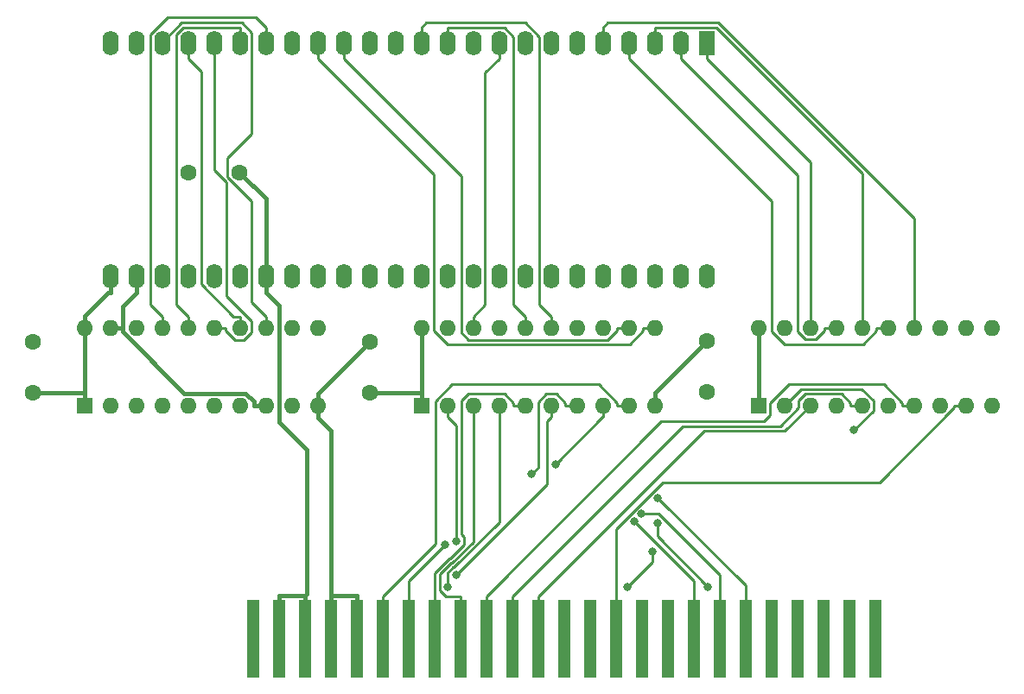
<source format=gbl>
G04 #@! TF.GenerationSoftware,KiCad,Pcbnew,(6.0.9)*
G04 #@! TF.CreationDate,2023-03-03T19:19:16+01:00*
G04 #@! TF.ProjectId,02_Cartucho_MSX_Tang_Nano_9k_TMS9918,30325f43-6172-4747-9563-686f5f4d5358,rev?*
G04 #@! TF.SameCoordinates,Original*
G04 #@! TF.FileFunction,Copper,L2,Bot*
G04 #@! TF.FilePolarity,Positive*
%FSLAX46Y46*%
G04 Gerber Fmt 4.6, Leading zero omitted, Abs format (unit mm)*
G04 Created by KiCad (PCBNEW (6.0.9)) date 2023-03-03 19:19:16*
%MOMM*%
%LPD*%
G01*
G04 APERTURE LIST*
G04 #@! TA.AperFunction,ComponentPad*
%ADD10C,1.600000*%
G04 #@! TD*
G04 #@! TA.AperFunction,ComponentPad*
%ADD11R,1.600000X1.600000*%
G04 #@! TD*
G04 #@! TA.AperFunction,ComponentPad*
%ADD12O,1.600000X1.600000*%
G04 #@! TD*
G04 #@! TA.AperFunction,SMDPad,CuDef*
%ADD13R,1.270000X7.620000*%
G04 #@! TD*
G04 #@! TA.AperFunction,ComponentPad*
%ADD14R,1.600000X2.400000*%
G04 #@! TD*
G04 #@! TA.AperFunction,ComponentPad*
%ADD15O,1.600000X2.400000*%
G04 #@! TD*
G04 #@! TA.AperFunction,ViaPad*
%ADD16C,0.800000*%
G04 #@! TD*
G04 #@! TA.AperFunction,Conductor*
%ADD17C,0.250000*%
G04 #@! TD*
G04 #@! TA.AperFunction,Conductor*
%ADD18C,0.400000*%
G04 #@! TD*
G04 APERTURE END LIST*
D10*
X79970000Y-93980000D03*
X74970000Y-93980000D03*
X125730000Y-115530000D03*
X125730000Y-110530000D03*
X92710000Y-115570000D03*
X92710000Y-110570000D03*
X59690000Y-115570000D03*
X59690000Y-110570000D03*
D11*
X64770000Y-116840000D03*
D12*
X67310000Y-116840000D03*
X69850000Y-116840000D03*
X72390000Y-116840000D03*
X74930000Y-116840000D03*
X77470000Y-116840000D03*
X80010000Y-116840000D03*
X82550000Y-116840000D03*
X85090000Y-116840000D03*
X87630000Y-116840000D03*
X87630000Y-109220000D03*
X85090000Y-109220000D03*
X82550000Y-109220000D03*
X80010000Y-109220000D03*
X77470000Y-109220000D03*
X74930000Y-109220000D03*
X72390000Y-109220000D03*
X69850000Y-109220000D03*
X67310000Y-109220000D03*
X64770000Y-109220000D03*
D13*
X142240000Y-139700000D03*
X139700000Y-139700000D03*
X137160000Y-139700000D03*
X134620000Y-139700000D03*
X132080000Y-139700000D03*
X129540000Y-139700000D03*
X127000000Y-139700000D03*
X124460000Y-139700000D03*
X121920000Y-139700000D03*
X119380000Y-139700000D03*
X116840000Y-139700000D03*
X114300000Y-139700000D03*
X111760000Y-139700000D03*
X109220000Y-139700000D03*
X106680000Y-139700000D03*
X104140000Y-139700000D03*
X101600000Y-139700000D03*
X99060000Y-139700000D03*
X96520000Y-139700000D03*
X93980000Y-139700000D03*
X91440000Y-139700000D03*
X88900000Y-139700000D03*
X86360000Y-139700000D03*
X83820000Y-139700000D03*
X81280000Y-139700000D03*
D14*
X125730000Y-81280000D03*
D15*
X123190000Y-81280000D03*
X120650000Y-81280000D03*
X118110000Y-81280000D03*
X115570000Y-81280000D03*
X113030000Y-81280000D03*
X110490000Y-81280000D03*
X107950000Y-81280000D03*
X105410000Y-81280000D03*
X102870000Y-81280000D03*
X100330000Y-81280000D03*
X97790000Y-81280000D03*
X95250000Y-81280000D03*
X92710000Y-81280000D03*
X90170000Y-81280000D03*
X87630000Y-81280000D03*
X85090000Y-81280000D03*
X82550000Y-81280000D03*
X80010000Y-81280000D03*
X77470000Y-81280000D03*
X74930000Y-81280000D03*
X72390000Y-81280000D03*
X69850000Y-81280000D03*
X67310000Y-81280000D03*
X67310000Y-104140000D03*
X69850000Y-104140000D03*
X72390000Y-104140000D03*
X74930000Y-104140000D03*
X77470000Y-104140000D03*
X80010000Y-104140000D03*
X82550000Y-104140000D03*
X85090000Y-104140000D03*
X87630000Y-104140000D03*
X90170000Y-104140000D03*
X92710000Y-104140000D03*
X95250000Y-104140000D03*
X97790000Y-104140000D03*
X100330000Y-104140000D03*
X102870000Y-104140000D03*
X105410000Y-104140000D03*
X107950000Y-104140000D03*
X110490000Y-104140000D03*
X113030000Y-104140000D03*
X115570000Y-104140000D03*
X118110000Y-104140000D03*
X120650000Y-104140000D03*
X123190000Y-104140000D03*
X125730000Y-104140000D03*
D11*
X130810000Y-116840000D03*
D12*
X133350000Y-116840000D03*
X135890000Y-116840000D03*
X138430000Y-116840000D03*
X140970000Y-116840000D03*
X143510000Y-116840000D03*
X146050000Y-116840000D03*
X148590000Y-116840000D03*
X151130000Y-116840000D03*
X153670000Y-116840000D03*
X153670000Y-109220000D03*
X151130000Y-109220000D03*
X148590000Y-109220000D03*
X146050000Y-109220000D03*
X143510000Y-109220000D03*
X140970000Y-109220000D03*
X138430000Y-109220000D03*
X135890000Y-109220000D03*
X133350000Y-109220000D03*
X130810000Y-109220000D03*
D11*
X97790000Y-116840000D03*
D12*
X100330000Y-116840000D03*
X102870000Y-116840000D03*
X105410000Y-116840000D03*
X107950000Y-116840000D03*
X110490000Y-116840000D03*
X113030000Y-116840000D03*
X115570000Y-116840000D03*
X118110000Y-116840000D03*
X120650000Y-116840000D03*
X120650000Y-109220000D03*
X118110000Y-109220000D03*
X115570000Y-109220000D03*
X113030000Y-109220000D03*
X110490000Y-109220000D03*
X107950000Y-109220000D03*
X105410000Y-109220000D03*
X102870000Y-109220000D03*
X100330000Y-109220000D03*
X97790000Y-109220000D03*
D16*
X120390000Y-131190000D03*
X117958000Y-134620000D03*
X110923000Y-122584000D03*
X108607000Y-123520000D03*
X100066000Y-130525000D03*
X101205000Y-133433000D03*
X100330000Y-134620000D03*
X101193000Y-130180000D03*
X118606000Y-128186000D03*
X119314000Y-127479000D03*
X120906000Y-128397000D03*
X125882000Y-134620000D03*
X120928000Y-125884000D03*
X140176000Y-119266000D03*
D17*
X150005000Y-116840000D02*
X151130000Y-116840000D01*
X150005000Y-117051000D02*
X150005000Y-116840000D01*
X142686000Y-124369000D02*
X150005000Y-117051000D01*
X121398000Y-124369000D02*
X142686000Y-124369000D01*
X116840000Y-128927000D02*
X121398000Y-124369000D01*
X116840000Y-139700000D02*
X116840000Y-128927000D01*
X120390000Y-132188000D02*
X120390000Y-131190000D01*
X117958000Y-134620000D02*
X120390000Y-132188000D01*
X104140000Y-135565000D02*
X104140000Y-139700000D01*
X121290000Y-118415000D02*
X104140000Y-135565000D01*
X131316000Y-118415000D02*
X121290000Y-118415000D01*
X131935000Y-117796000D02*
X131316000Y-118415000D01*
X131935000Y-116618000D02*
X131935000Y-117796000D01*
X133799000Y-114754000D02*
X131935000Y-116618000D01*
X143120000Y-114754000D02*
X133799000Y-114754000D01*
X144925000Y-116559000D02*
X143120000Y-114754000D01*
X144925000Y-116840000D02*
X144925000Y-116559000D01*
X146050000Y-116840000D02*
X144925000Y-116840000D01*
X106680000Y-135565000D02*
X106680000Y-139700000D01*
X123379000Y-118866000D02*
X106680000Y-135565000D01*
X132931000Y-118866000D02*
X123379000Y-118866000D01*
X134765000Y-117032000D02*
X132931000Y-118866000D01*
X134765000Y-116306000D02*
X134765000Y-117032000D01*
X135417000Y-115654000D02*
X134765000Y-116306000D01*
X138940000Y-115654000D02*
X135417000Y-115654000D01*
X139845000Y-116559000D02*
X138940000Y-115654000D01*
X139845000Y-116840000D02*
X139845000Y-116559000D01*
X140970000Y-116840000D02*
X139845000Y-116840000D01*
X133414000Y-119316000D02*
X135890000Y-116840000D01*
X125469000Y-119316000D02*
X133414000Y-119316000D01*
X109220000Y-135565000D02*
X125469000Y-119316000D01*
X109220000Y-139700000D02*
X109220000Y-135565000D01*
X116985000Y-116840000D02*
X118110000Y-116840000D01*
X116985000Y-116559000D02*
X116985000Y-116840000D01*
X115184000Y-114758000D02*
X116985000Y-116559000D01*
X100815000Y-114758000D02*
X115184000Y-114758000D01*
X99168100Y-116405000D02*
X100815000Y-114758000D01*
X99168100Y-130377000D02*
X99168100Y-116405000D01*
X93980000Y-135565000D02*
X99168100Y-130377000D01*
X93980000Y-139700000D02*
X93980000Y-135565000D01*
X115542000Y-117965000D02*
X110923000Y-122584000D01*
X115570000Y-117965000D02*
X115542000Y-117965000D01*
X115570000Y-116840000D02*
X115570000Y-117965000D01*
X96520000Y-134070000D02*
X100066000Y-130525000D01*
X96520000Y-139700000D02*
X96520000Y-134070000D01*
X109220000Y-122908000D02*
X108607000Y-123520000D01*
X109220000Y-116493000D02*
X109220000Y-122908000D01*
X110004000Y-115708000D02*
X109220000Y-116493000D01*
X111055000Y-115708000D02*
X110004000Y-115708000D01*
X111905000Y-116559000D02*
X111055000Y-115708000D01*
X111905000Y-116840000D02*
X111905000Y-116559000D01*
X113030000Y-116840000D02*
X111905000Y-116840000D01*
X110093000Y-124544000D02*
X101205000Y-133433000D01*
X110093000Y-118362000D02*
X110093000Y-124544000D01*
X110490000Y-117965000D02*
X110093000Y-118362000D01*
X110490000Y-116840000D02*
X110490000Y-117965000D01*
X99060000Y-133279000D02*
X99060000Y-139700000D01*
X100532000Y-131807000D02*
X99060000Y-133279000D01*
X100619000Y-131807000D02*
X100532000Y-131807000D01*
X101949000Y-130478000D02*
X100619000Y-131807000D01*
X101949000Y-129691000D02*
X101949000Y-130478000D01*
X101712000Y-129454000D02*
X101949000Y-129691000D01*
X101712000Y-116348000D02*
X101712000Y-129454000D01*
X102366000Y-115694000D02*
X101712000Y-116348000D01*
X105961000Y-115694000D02*
X102366000Y-115694000D01*
X106825000Y-116559000D02*
X105961000Y-115694000D01*
X106825000Y-116840000D02*
X106825000Y-116559000D01*
X107950000Y-116840000D02*
X106825000Y-116840000D01*
X100330000Y-133282000D02*
X100330000Y-134620000D01*
X100905000Y-132708000D02*
X100330000Y-133282000D01*
X100992000Y-132708000D02*
X100905000Y-132708000D01*
X105410000Y-128290000D02*
X100992000Y-132708000D01*
X105410000Y-116840000D02*
X105410000Y-128290000D01*
X101600000Y-135565000D02*
X101600000Y-139700000D01*
X100209000Y-135565000D02*
X101600000Y-135565000D01*
X99595400Y-134951000D02*
X100209000Y-135565000D01*
X99595400Y-133380000D02*
X99595400Y-134951000D01*
X100718000Y-132258000D02*
X99595400Y-133380000D01*
X100806000Y-132258000D02*
X100718000Y-132258000D01*
X102870000Y-130193000D02*
X100806000Y-132258000D01*
X102870000Y-116840000D02*
X102870000Y-130193000D01*
X101193000Y-118828000D02*
X101193000Y-130180000D01*
X100330000Y-117965000D02*
X101193000Y-118828000D01*
X100330000Y-116840000D02*
X100330000Y-117965000D01*
X124460000Y-134040000D02*
X124460000Y-139700000D01*
X118606000Y-128186000D02*
X124460000Y-134040000D01*
X127000000Y-133465000D02*
X127000000Y-139700000D01*
X121014000Y-127479000D02*
X127000000Y-133465000D01*
X119314000Y-127479000D02*
X121014000Y-127479000D01*
X120906000Y-129644000D02*
X125882000Y-134620000D01*
X120906000Y-128397000D02*
X120906000Y-129644000D01*
X129540000Y-134497000D02*
X120928000Y-125884000D01*
X129540000Y-139700000D02*
X129540000Y-134497000D01*
X142095000Y-117348000D02*
X140176000Y-119266000D01*
X142095000Y-116374000D02*
X142095000Y-117348000D01*
X140925000Y-115204000D02*
X142095000Y-116374000D01*
X134986000Y-115204000D02*
X140925000Y-115204000D01*
X133350000Y-116840000D02*
X134986000Y-115204000D01*
D18*
X82550000Y-96560000D02*
X79970000Y-93980000D01*
X82550000Y-104140000D02*
X82550000Y-96560000D01*
X83820000Y-135490000D02*
X86360000Y-135490000D01*
X83820000Y-139700000D02*
X83820000Y-135490000D01*
X86360000Y-135490000D02*
X86360000Y-139700000D01*
X86517200Y-135333000D02*
X86360000Y-135490000D01*
X86517200Y-121200000D02*
X86517200Y-135333000D01*
X83820000Y-118503000D02*
X86517200Y-121200000D01*
X83820000Y-107010000D02*
X83820000Y-118503000D01*
X82550000Y-105740000D02*
X83820000Y-107010000D01*
X82550000Y-104140000D02*
X82550000Y-105740000D01*
D17*
X135890000Y-92965100D02*
X135890000Y-109220000D01*
X125730000Y-82805100D02*
X135890000Y-92965100D01*
X125730000Y-81280000D02*
X125730000Y-82805100D01*
X137305000Y-109220000D02*
X138430000Y-109220000D01*
X137305000Y-109501000D02*
X137305000Y-109220000D01*
X136446000Y-110360000D02*
X137305000Y-109501000D01*
X135403000Y-110360000D02*
X136446000Y-110360000D01*
X134620000Y-109578000D02*
X135403000Y-110360000D01*
X134620000Y-94235100D02*
X134620000Y-109578000D01*
X123190000Y-82805100D02*
X134620000Y-94235100D01*
X123190000Y-81280000D02*
X123190000Y-82805100D01*
X140970000Y-94047800D02*
X140970000Y-109220000D01*
X126677000Y-79754900D02*
X140970000Y-94047800D01*
X120650000Y-79754900D02*
X126677000Y-79754900D01*
X120650000Y-81280000D02*
X120650000Y-79754900D01*
X142385000Y-109220000D02*
X143510000Y-109220000D01*
X142385000Y-109501000D02*
X142385000Y-109220000D01*
X141058000Y-110829000D02*
X142385000Y-109501000D01*
X133352000Y-110829000D02*
X141058000Y-110829000D01*
X132080000Y-109557000D02*
X133352000Y-110829000D01*
X132080000Y-96775100D02*
X132080000Y-109557000D01*
X118110000Y-82805100D02*
X132080000Y-96775100D01*
X118110000Y-81280000D02*
X118110000Y-82805100D01*
X146050000Y-98491200D02*
X146050000Y-109220000D01*
X126856000Y-79297500D02*
X146050000Y-98491200D01*
X116027000Y-79297500D02*
X126856000Y-79297500D01*
X115570000Y-79754900D02*
X116027000Y-79297500D01*
X115570000Y-81280000D02*
X115570000Y-79754900D01*
X105410000Y-82805100D02*
X105410000Y-81280000D01*
X104034000Y-84181100D02*
X105410000Y-82805100D01*
X104034000Y-106931000D02*
X104034000Y-84181100D01*
X102870000Y-108095000D02*
X104034000Y-106931000D01*
X102870000Y-109220000D02*
X102870000Y-108095000D01*
X107950000Y-108095000D02*
X107950000Y-109220000D01*
X106825000Y-106970000D02*
X107950000Y-108095000D01*
X106825000Y-80672900D02*
X106825000Y-106970000D01*
X105907000Y-79754900D02*
X106825000Y-80672900D01*
X100330000Y-79754900D02*
X105907000Y-79754900D01*
X100330000Y-81280000D02*
X100330000Y-79754900D01*
X110490000Y-108095000D02*
X110490000Y-109220000D01*
X109365000Y-106970000D02*
X110490000Y-108095000D01*
X109365000Y-80701800D02*
X109365000Y-106970000D01*
X107937000Y-79273600D02*
X109365000Y-80701800D01*
X98271300Y-79273600D02*
X107937000Y-79273600D01*
X97790000Y-79754900D02*
X98271300Y-79273600D01*
X97790000Y-81280000D02*
X97790000Y-79754900D01*
X116985000Y-109220000D02*
X118110000Y-109220000D01*
X116985000Y-109453000D02*
X116985000Y-109220000D01*
X116059000Y-110379000D02*
X116985000Y-109453000D01*
X102431000Y-110379000D02*
X116059000Y-110379000D01*
X101670000Y-109618000D02*
X102431000Y-110379000D01*
X101670000Y-94305500D02*
X101670000Y-109618000D01*
X90170000Y-82805100D02*
X101670000Y-94305500D01*
X90170000Y-81280000D02*
X90170000Y-82805100D01*
X119525000Y-109220000D02*
X120650000Y-109220000D01*
X119525000Y-109501000D02*
X119525000Y-109220000D01*
X118182000Y-110844000D02*
X119525000Y-109501000D01*
X100328000Y-110844000D02*
X118182000Y-110844000D01*
X99005500Y-109521000D02*
X100328000Y-110844000D01*
X99005500Y-94180600D02*
X99005500Y-109521000D01*
X87630000Y-82805100D02*
X99005500Y-94180600D01*
X87630000Y-81280000D02*
X87630000Y-82805100D01*
X82550000Y-79754900D02*
X82550000Y-81280000D01*
X81573600Y-78778500D02*
X82550000Y-79754900D01*
X72900300Y-78778500D02*
X81573600Y-78778500D01*
X71240500Y-80438300D02*
X72900300Y-78778500D01*
X71240500Y-106945000D02*
X71240500Y-80438300D01*
X72390000Y-108095000D02*
X71240500Y-106945000D01*
X72390000Y-109220000D02*
X72390000Y-108095000D01*
X80010000Y-79754900D02*
X80010000Y-81280000D01*
X74463700Y-79754900D02*
X80010000Y-79754900D01*
X73761700Y-80456900D02*
X74463700Y-79754900D01*
X73761700Y-106927000D02*
X73761700Y-80456900D01*
X74930000Y-108095000D02*
X73761700Y-106927000D01*
X74930000Y-109220000D02*
X74930000Y-108095000D01*
X78595100Y-109220000D02*
X77470000Y-109220000D01*
X78595100Y-109453000D02*
X78595100Y-109220000D01*
X79559300Y-110417000D02*
X78595100Y-109453000D01*
X80404200Y-110417000D02*
X79559300Y-110417000D01*
X81171500Y-109650000D02*
X80404200Y-110417000D01*
X81171500Y-108582000D02*
X81171500Y-109650000D01*
X78691000Y-106101000D02*
X81171500Y-108582000D01*
X78691000Y-94950900D02*
X78691000Y-106101000D01*
X77470000Y-93729900D02*
X78691000Y-94950900D01*
X77470000Y-81280000D02*
X77470000Y-93729900D01*
X74930000Y-82805100D02*
X74930000Y-81280000D01*
X76218000Y-84093100D02*
X74930000Y-82805100D01*
X76218000Y-104934000D02*
X76218000Y-84093100D01*
X79379000Y-108095000D02*
X76218000Y-104934000D01*
X80010000Y-108095000D02*
X79379000Y-108095000D01*
X80010000Y-109220000D02*
X80010000Y-108095000D01*
X72390000Y-81183200D02*
X72390000Y-81280000D01*
X74293900Y-79279300D02*
X72390000Y-81183200D01*
X80209300Y-79279300D02*
X74293900Y-79279300D01*
X81171500Y-80241500D02*
X80209300Y-79279300D01*
X81171500Y-90185300D02*
X81171500Y-80241500D01*
X78803500Y-92553300D02*
X81171500Y-90185300D01*
X78803500Y-94426800D02*
X78803500Y-92553300D01*
X81135200Y-96758500D02*
X78803500Y-94426800D01*
X81135200Y-106680000D02*
X81135200Y-96758500D01*
X82550000Y-108095000D02*
X81135200Y-106680000D01*
X82550000Y-109220000D02*
X82550000Y-108095000D01*
D18*
X120650000Y-115610000D02*
X125730000Y-110530000D01*
X120650000Y-116840000D02*
X120650000Y-115610000D01*
X91440000Y-135490000D02*
X88900000Y-135490000D01*
X91440000Y-139700000D02*
X91440000Y-135490000D01*
X88900000Y-139700000D02*
X88900000Y-135490000D01*
X87630000Y-118040000D02*
X87630000Y-116840000D01*
X88900000Y-119310000D02*
X87630000Y-118040000D01*
X88900000Y-135490000D02*
X88900000Y-119310000D01*
X87640100Y-115640000D02*
X92710000Y-110570000D01*
X87630000Y-115640000D02*
X87640100Y-115640000D01*
X87630000Y-116840000D02*
X87630000Y-115640000D01*
X68510100Y-109593000D02*
X68510100Y-109220000D01*
X74557000Y-115640000D02*
X68510100Y-109593000D01*
X80524900Y-115640000D02*
X74557000Y-115640000D01*
X81349900Y-116465000D02*
X80524900Y-115640000D01*
X81349900Y-116840000D02*
X81349900Y-116465000D01*
X82550000Y-116840000D02*
X81349900Y-116840000D01*
X67310000Y-109220000D02*
X68510100Y-109220000D01*
X68510100Y-107080000D02*
X68510100Y-109220000D01*
X69850000Y-105740000D02*
X68510100Y-107080000D01*
X69850000Y-104140000D02*
X69850000Y-105740000D01*
X130810000Y-109220000D02*
X130810000Y-116840000D01*
X64770000Y-108020000D02*
X64770000Y-109220000D01*
X67049800Y-105740000D02*
X64770000Y-108020000D01*
X67310000Y-105740000D02*
X67049800Y-105740000D01*
X67310000Y-104140000D02*
X67310000Y-105740000D01*
X64770000Y-115570000D02*
X59690000Y-115570000D01*
X97790000Y-115570000D02*
X92710000Y-115570000D01*
X97790000Y-109220000D02*
X97790000Y-115570000D01*
X97790000Y-115570000D02*
X97790000Y-116840000D01*
X64770000Y-109220000D02*
X64770000Y-115570000D01*
X64770000Y-115570000D02*
X64770000Y-116840000D01*
M02*

</source>
